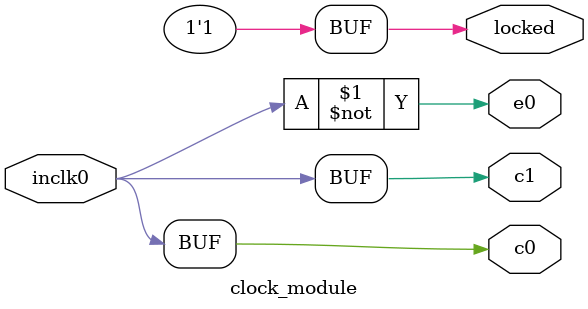
<source format=v>
module clock_module(input wire inclk0,
                    output wire c0,
                    output wire c1,
                    output wire locked,
                    output wire e0);

    assign c0 = inclk0;
    assign c1 = inclk0;
    assign locked = 1;
    assign e0 = ~inclk0;

endmodule
</source>
